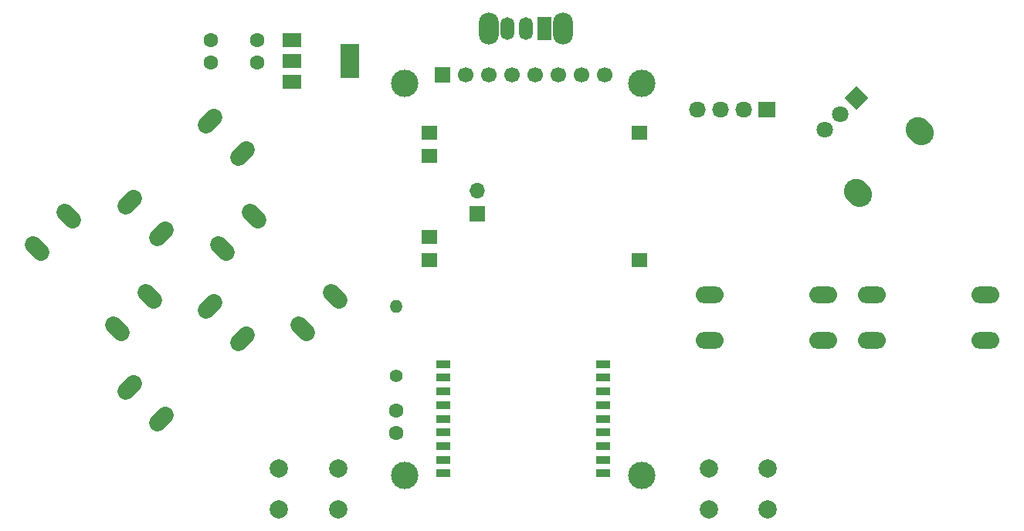
<source format=gbr>
%TF.GenerationSoftware,KiCad,Pcbnew,7.0.10*%
%TF.CreationDate,2024-01-30T15:10:23+02:00*%
%TF.ProjectId,main,6d61696e-2e6b-4696-9361-645f70636258,rev?*%
%TF.SameCoordinates,Original*%
%TF.FileFunction,Soldermask,Top*%
%TF.FilePolarity,Negative*%
%FSLAX46Y46*%
G04 Gerber Fmt 4.6, Leading zero omitted, Abs format (unit mm)*
G04 Created by KiCad (PCBNEW 7.0.10) date 2024-01-30 15:10:23*
%MOMM*%
%LPD*%
G01*
G04 APERTURE LIST*
G04 Aperture macros list*
%AMHorizOval*
0 Thick line with rounded ends*
0 $1 width*
0 $2 $3 position (X,Y) of the first rounded end (center of the circle)*
0 $4 $5 position (X,Y) of the second rounded end (center of the circle)*
0 Add line between two ends*
20,1,$1,$2,$3,$4,$5,0*
0 Add two circle primitives to create the rounded ends*
1,1,$1,$2,$3*
1,1,$1,$4,$5*%
%AMRotRect*
0 Rectangle, with rotation*
0 The origin of the aperture is its center*
0 $1 length*
0 $2 width*
0 $3 Rotation angle, in degrees counterclockwise*
0 Add horizontal line*
21,1,$1,$2,0,0,$3*%
G04 Aperture macros list end*
%ADD10C,3.000000*%
%ADD11R,1.700000X1.700000*%
%ADD12C,1.700000*%
%ADD13HorizOval,1.850000X0.423557X-0.423557X-0.423557X0.423557X0*%
%ADD14HorizOval,1.850000X0.423557X0.423557X-0.423557X-0.423557X0*%
%ADD15O,3.048000X1.850000*%
%ADD16R,1.700000X1.500000*%
%ADD17O,1.700000X1.700000*%
%ADD18R,2.000000X1.500000*%
%ADD19R,2.000000X3.800000*%
%ADD20C,2.000000*%
%ADD21C,1.600000*%
%ADD22O,2.200000X3.500000*%
%ADD23R,1.500000X2.500000*%
%ADD24O,1.500000X2.500000*%
%ADD25R,1.500000X0.900000*%
%ADD26R,1.850000X1.700000*%
%ADD27O,1.850000X1.700000*%
%ADD28HorizOval,2.720000X-0.183848X0.183848X0.183848X-0.183848X0*%
%ADD29RotRect,1.800000X1.800000X45.000000*%
%ADD30C,1.800000*%
%ADD31C,1.400000*%
%ADD32O,1.400000X1.400000*%
G04 APERTURE END LIST*
D10*
%TO.C,U2*%
X83520000Y-54340000D03*
X83520000Y-97340000D03*
X109520000Y-54340000D03*
X109520000Y-97340000D03*
D11*
X87630000Y-53340000D03*
D12*
X90170000Y-53340000D03*
X92710000Y-53340000D03*
X95250000Y-53340000D03*
X97790000Y-53340000D03*
X100330000Y-53340000D03*
X102870000Y-53340000D03*
X105410000Y-53340000D03*
%TD*%
D13*
%TO.C,SW4*%
X75874335Y-77693335D03*
X72338801Y-81228869D03*
X67035500Y-68854500D03*
X63499966Y-72390034D03*
%TD*%
D14*
%TO.C,SW2*%
X62178835Y-78791165D03*
X65714369Y-82326699D03*
X53340000Y-87630000D03*
X56875534Y-91165534D03*
%TD*%
D15*
%TO.C,SW5*%
X147230000Y-77510000D03*
X147230000Y-82510000D03*
X134730000Y-77510000D03*
X134730000Y-82510000D03*
%TD*%
D16*
%TO.C,J3*%
X109220000Y-73690000D03*
X109220000Y-59690000D03*
X86220000Y-73690000D03*
X86220000Y-59690000D03*
X86220000Y-71150000D03*
X86220000Y-62230000D03*
%TD*%
D11*
%TO.C,J2*%
X91440000Y-68580000D03*
D17*
X91440000Y-66040000D03*
%TD*%
D18*
%TO.C,U3*%
X71170000Y-49530000D03*
X71170000Y-51830000D03*
D19*
X77470000Y-51830000D03*
D18*
X71170000Y-54130000D03*
%TD*%
D20*
%TO.C,SW7*%
X69700000Y-96520000D03*
X76200000Y-96520000D03*
X69700000Y-101020000D03*
X76200000Y-101020000D03*
%TD*%
D14*
%TO.C,SW1*%
X62178835Y-58471165D03*
X65714369Y-62006699D03*
X53340000Y-67310000D03*
X56875534Y-70845534D03*
%TD*%
D21*
%TO.C,C1*%
X82550000Y-90170000D03*
X82550000Y-92670000D03*
%TD*%
%TO.C,C2*%
X62230000Y-52030000D03*
X62230000Y-49530000D03*
%TD*%
D22*
%TO.C,SW9*%
X100910000Y-48260000D03*
X92710000Y-48260000D03*
D23*
X98810000Y-48260000D03*
D24*
X96810000Y-48260000D03*
X94810000Y-48260000D03*
%TD*%
D25*
%TO.C,U1*%
X87770000Y-85090000D03*
X87770000Y-86590000D03*
X87770000Y-88090000D03*
X87770000Y-89590000D03*
X87770000Y-91090000D03*
X87770000Y-92590000D03*
X87770000Y-94090000D03*
X87770000Y-95590000D03*
X87770000Y-97090000D03*
X105270000Y-97090000D03*
X105270000Y-95590000D03*
X105270000Y-94090000D03*
X105270000Y-92590000D03*
X105270000Y-91090000D03*
X105270000Y-89590000D03*
X105270000Y-88090000D03*
X105270000Y-86590000D03*
X105270000Y-85090000D03*
%TD*%
D26*
%TO.C,J1*%
X123190000Y-57150000D03*
D27*
X120650000Y-57150000D03*
X118110000Y-57150000D03*
X115570000Y-57150000D03*
%TD*%
D28*
%TO.C,RV1*%
X140005146Y-59556955D03*
X133216921Y-66345180D03*
D29*
X133075500Y-55880000D03*
D30*
X131307733Y-57647767D03*
X129539966Y-59415534D03*
%TD*%
D21*
%TO.C,C3*%
X67310000Y-52030000D03*
X67310000Y-49530000D03*
%TD*%
D15*
%TO.C,SW6*%
X129450000Y-77510000D03*
X129450000Y-82510000D03*
X116950000Y-77510000D03*
X116950000Y-82510000D03*
%TD*%
D13*
%TO.C,SW3*%
X55554335Y-77693335D03*
X52018801Y-81228869D03*
X46715500Y-68854500D03*
X43179966Y-72390034D03*
%TD*%
D31*
%TO.C,R1*%
X82550000Y-86360000D03*
D32*
X82550000Y-78740000D03*
%TD*%
D20*
%TO.C,SW8*%
X116840000Y-96520000D03*
X123340000Y-96520000D03*
X116840000Y-101020000D03*
X123340000Y-101020000D03*
%TD*%
M02*

</source>
